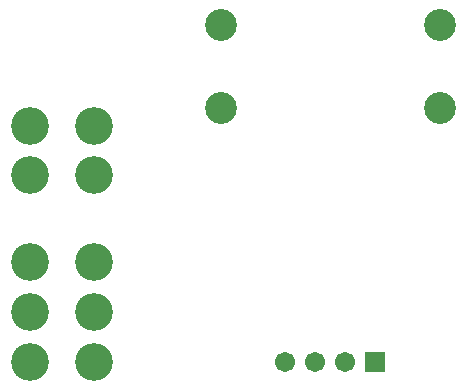
<source format=gbs>
G04*
G04 #@! TF.GenerationSoftware,Altium Limited,Altium Designer,18.0.9 (584)*
G04*
G04 Layer_Color=16711935*
%FSLAX43Y43*%
%MOMM*%
G71*
G01*
G75*
%ADD14C,2.703*%
%ADD15C,3.203*%
%ADD16C,1.703*%
%ADD17R,1.703X1.703*%
D14*
X29750Y43500D02*
D03*
Y50500D02*
D03*
X48250Y43500D02*
D03*
Y50500D02*
D03*
D15*
X13577Y37800D02*
D03*
Y42000D02*
D03*
X19000Y37800D02*
D03*
Y42000D02*
D03*
Y26218D02*
D03*
X13578D02*
D03*
X19000Y22000D02*
D03*
X13578Y30435D02*
D03*
X19000D02*
D03*
X13578Y22000D02*
D03*
D16*
X35180Y22000D02*
D03*
X37720D02*
D03*
X40260D02*
D03*
D17*
X42800D02*
D03*
M02*

</source>
